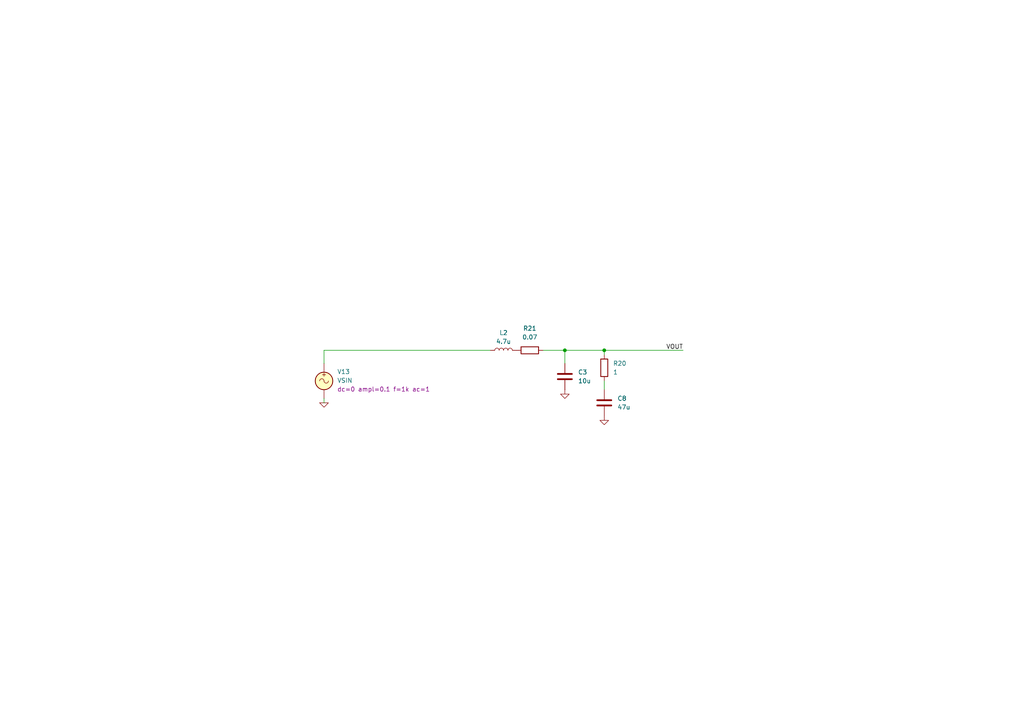
<source format=kicad_sch>
(kicad_sch (version 20231120) (generator "eeschema") (generator_version "8.0")
  (paper "A4")
  (lib_symbols
    (symbol "Device:C" (pin_numbers hide) (pin_names (offset 0.254))
      (property "Reference" "C" (at 0.635 2.54 0))
      (property "Value" "C" (at 0.635 -2.54 0))
      (symbol "C_0_1"
        (polyline (pts (xy -2.032 -0.762) (xy 2.032 -0.762)) (stroke (width 0.508)))
        (polyline (pts (xy -2.032 0.762) (xy 2.032 0.762)) (stroke (width 0.508)))
      )
      (symbol "C_1_1"
        (pin passive line (at 0 3.81 270) (length 2.794) (name "~") (number "1"))
        (pin passive line (at 0 -3.81 90) (length 2.794) (name "~") (number "2"))
      )
    )
    (symbol "Device:L" (pin_numbers hide) (pin_names (offset 1.016) hide)
      (property "Reference" "L" (at -1.27 0 90))
      (property "Value" "L" (at 1.905 0 90))
      (symbol "L_0_1"
        (arc (start 0 -2.54) (mid 0.6323 -1.905) (end 0 -1.27))
        (arc (start 0 -1.27) (mid 0.6323 -0.635) (end 0 0))
        (arc (start 0 0) (mid 0.6323 0.635) (end 0 1.27))
        (arc (start 0 1.27) (mid 0.6323 1.905) (end 0 2.54))
      )
      (symbol "L_1_1"
        (pin passive line (at 0 3.81 270) (length 1.27) (name "1") (number "1"))
        (pin passive line (at 0 -3.81 90) (length 1.27) (name "2") (number "2"))
      )
    )
    (symbol "Device:R" (pin_numbers hide) (pin_names (offset 0))
      (property "Reference" "R" (at 2.032 0 90))
      (property "Value" "R" (at 0 0 90))
      (symbol "R_0_1"
        (rectangle (start -1.016 -2.54) (end 1.016 2.54) (stroke (width 0.254)))
      )
      (symbol "R_1_1"
        (pin passive line (at 0 3.81 270) (length 1.27) (name "~") (number "1"))
        (pin passive line (at 0 -3.81 90) (length 1.27) (name "~") (number "2"))
      )
    )
    (symbol "Simulation_SPICE:0" (power) (pin_numbers hide) (pin_names (offset 0) hide)
      (property "Value" "0" (at 0 -2.54 0))
      (symbol "0_0_1"
        (polyline (pts (xy -1.27 0) (xy 0 -1.27) (xy 1.27 0) (xy -1.27 0)))
      )
      (symbol "0_1_1"
        (pin power_in line (at 0 0 0) (length 0) (name "~") (number "1"))
      )
    )
    (symbol "Simulation_SPICE:VSIN" (pin_numbers hide) (pin_names (offset 0.0254))
      (property "Reference" "V" (at 2.54 2.54 0))
      (property "Value" "VSIN" (at 2.54 0 0))
      (property "Sim.Params" "dc=0 ampl=1 f=1k ac=1" (at 2.54 -2.54 0))
      (symbol "VSIN_0_0"
        (arc (start 0 0) (mid -0.635 0.6323) (end -1.27 0))
        (arc (start 0 0) (mid 0.635 -0.6323) (end 1.27 0))
        (text "+" (at 0 1.905 0) (effects (font (size 1.27 1.27))))
      )
      (symbol "VSIN_0_1"
        (circle (center 0 0) (radius 2.54) (stroke (width 0.254)) (fill (type background)))
      )
      (symbol "VSIN_1_1"
        (pin passive line (at 0 5.08 270) (length 2.54) (name "~") (number "1"))
        (pin passive line (at 0 -5.08 90) (length 2.54) (name "~") (number "2"))
      )
    )
    (symbol "power:GND" (power) (pin_numbers hide) (pin_names (offset 0) hide)
      (property "Value" "GND" (at 0 -3.81 0))
      (symbol "GND_0_1"
        (polyline (pts (xy 0 0) (xy 0 -1.27) (xy 1.27 -1.27) (xy 0 -2.54) (xy -1.27 -1.27) (xy 0 -1.27)))
      )
      (symbol "GND_1_1"
        (pin power_in line (at 0 0 270) (length 0) (name "~") (number "1"))
      )
    )
    (symbol "rflib:R" (pin_numbers hide) (pin_names (offset 0))
      (property "Reference" "R" (at 2.032 0 90))
      (property "Value" "R" (at 0 0 90))
      (symbol "R_0_1"
        (rectangle (start -1.016 -2.54) (end 1.016 2.54) (stroke (width 0.254)))
      )
      (symbol "R_1_1"
        (pin passive line (at 0 3.81 270) (length 1.27) (name "~") (number "1"))
        (pin passive line (at 0 -3.81 90) (length 1.27) (name "~") (number "2"))
      )
    )
  )
  (junction (at 163.83 101.6))
  (junction (at 175.26 101.6))
  (wire (pts (xy 93.98 101.6) (xy 93.98 105.41)))
  (wire (pts (xy 175.26 110.49) (xy 175.26 113.03)))
  (wire (pts (xy 175.26 101.6) (xy 175.26 102.87)))
  (wire (pts (xy 93.98 115.57) (xy 93.98 116.84)))
  (wire (pts (xy 157.48 101.6) (xy 163.83 101.6)))
  (wire (pts (xy 175.26 101.6) (xy 198.12 101.6)))
  (wire (pts (xy 163.83 101.6) (xy 163.83 105.41)))
  (wire (pts (xy 93.98 101.6) (xy 142.24 101.6)))
  (wire (pts (xy 163.83 101.6) (xy 175.26 101.6)))
  (label "VOUT" (at 198.12 101.6 180))
  (symbol (lib_id "Device:L") (at 146.05 101.6 90) (unit 1)
    (property "Reference" "L2" (at 146.05 96.52 90))
    (property "Value" "4.7u" (at 146.05 99.06 90))
    (property "Description" "Inductor" (effects (hide yes)))
    (property "LCSC" "C43183" (effects (hide yes)))
  )
  (symbol (lib_id "Device:C") (at 163.83 109.22 0) (unit 1)
    (property "Reference" "C3" (at 167.64 107.9499 0) (effects (justify left)))
    (property "Value" "10u" (at 167.64 110.4899 0) (effects (justify left)))
    (property "Footprint" "Capacitor_SMD:C_1206_3216Metric" (effects (hide yes)))
    (property "Description" "Unpolarized capacitor" (effects (hide yes)))
    (property "LCSC" "C13585" (effects (hide yes)))
  )
  (symbol (lib_id "power:GND") (at 175.26 120.65 0) (unit 1)
    (property "Reference" "#PWR04" (effects (hide yes)))
    (property "Value" "GND" (effects (hide yes)))
    (property "Description" "Power symbol creates a global label with name \"GND\" , ground" (effects (hide yes)))
  )
  (symbol (lib_id "power:GND") (at 163.83 113.03 0) (unit 1)
    (property "Reference" "#PWR03" (effects (hide yes)))
    (property "Value" "GND" (effects (hide yes)))
    (property "Description" "Power symbol creates a global label with name \"GND\" , ground" (effects (hide yes)))
  )
  (symbol (lib_id "Simulation_SPICE:0") (at 93.98 116.84 0) (unit 1)
    (property "Reference" "#GND017" (effects (hide yes)))
    (property "Value" "0" (effects (hide yes)))
    (property "Datasheet" "https://ngspice.sourceforge.io/docs/ngspice-html-manual/manual.xhtml#subsec_Circuit_elements__device" (effects (hide yes)))
    (property "Description" "0V reference potential for simulation" (effects (hide yes)))
  )
  (symbol (lib_id "Device:C") (at 175.26 116.84 0) (unit 1)
    (property "Reference" "C8" (at 179.07 115.5699 0) (effects (justify left)))
    (property "Value" "47u" (at 179.07 118.1099 0) (effects (justify left)))
    (property "Footprint" "Capacitor_SMD:C_1206_3216Metric" (effects (hide yes)))
    (property "Description" "Unpolarized capacitor" (effects (hide yes)))
    (property "LCSC" "C13585" (effects (hide yes)))
  )
  (symbol (lib_id "rflib:R") (at 153.67 101.6 90) (unit 1)
    (property "Reference" "R21" (at 153.67 95.25 90))
    (property "Value" "0.07" (at 153.67 97.79 90))
    (property "Footprint" "Resistor_SMD:R_0603_1608Metric" (effects (hide yes)))
    (property "Description" "Resistor" (effects (hide yes)))
    (property "LCSC" "C22859" (effects (hide yes)))
  )
  (symbol (lib_id "Simulation_SPICE:VSIN") (at 93.98 110.49 0) (unit 1)
    (property "Reference" "V13" (at 97.79 107.8201 0) (effects (justify left)))
    (property "Value" "VSIN" (at 97.79 110.3601 0) (effects (justify left)))
    (property "Datasheet" "https://ngspice.sourceforge.io/docs/ngspice-html-manual/manual.xhtml#sec_Independent_Sources_for" (effects (hide yes)))
    (property "Description" "Voltage source, sinusoidal" (effects (hide yes)))
    (property "Sim.Pins" "1=+ 2=-" (effects (hide yes)))
    (property "Sim.Params" "dc=0 ampl=0.1 f=1k ac=1" (at 97.79 112.9001 0) (effects (justify left)))
    (property "Sim.Type" "SIN" (effects (hide yes)))
    (property "Sim.Device" "V" (effects (hide yes)))
  )
  (symbol (lib_id "Device:R") (at 175.26 106.68 0) (unit 1)
    (property "Reference" "R20" (at 177.8 105.4099 0) (effects (justify left)))
    (property "Value" "1" (at 177.8 107.9499 0) (effects (justify left)))
    (property "Description" "Resistor" (effects (hide yes)))
    (property "LCSC" "C22936" (effects (hide yes)))
  )
)
</source>
